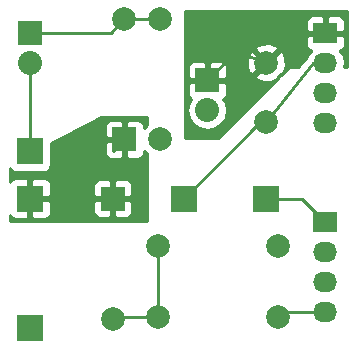
<source format=gtl>
G04 #@! TF.FileFunction,Copper,L1,Top,Signal*
%FSLAX46Y46*%
G04 Gerber Fmt 4.6, Leading zero omitted, Abs format (unit mm)*
G04 Created by KiCad (PCBNEW 4.0.1-3.201512221402+6198~38~ubuntu14.04.1-stable) date Sat 30 Apr 2016 09:50:25 AM EDT*
%MOMM*%
G01*
G04 APERTURE LIST*
%ADD10C,0.100000*%
%ADD11C,1.998980*%
%ADD12R,1.998980X1.998980*%
%ADD13R,2.032000X1.727200*%
%ADD14O,2.032000X1.727200*%
%ADD15R,2.235200X2.235200*%
%ADD16R,2.032000X2.032000*%
%ADD17O,2.032000X2.032000*%
%ADD18C,0.250000*%
%ADD19C,0.254000*%
G04 APERTURE END LIST*
D10*
D11*
X111997460Y-34840000D03*
D12*
X111997460Y-45000000D03*
D11*
X111002540Y-60160000D03*
D12*
X111002540Y-50000000D03*
D13*
X129000000Y-36000000D03*
D14*
X129000000Y-38540000D03*
X129000000Y-41080000D03*
X129000000Y-43620000D03*
D15*
X104000000Y-50000000D03*
X124000000Y-50000000D03*
X117000000Y-50000000D03*
X104000000Y-46000000D03*
D16*
X104000000Y-36000000D03*
D17*
X104000000Y-38540000D03*
D11*
X115000000Y-45000000D03*
X115000000Y-34840000D03*
D16*
X119000000Y-40000000D03*
D17*
X119000000Y-42540000D03*
D13*
X129000000Y-52000000D03*
D14*
X129000000Y-54540000D03*
X129000000Y-57080000D03*
X129000000Y-59620000D03*
D11*
X125000000Y-60000000D03*
X114840000Y-60000000D03*
X125000000Y-54000000D03*
X114840000Y-54000000D03*
X124000000Y-38500640D03*
X124000000Y-43501900D03*
D15*
X104000000Y-61000000D03*
D18*
X111997460Y-34840000D02*
X115000000Y-34840000D01*
X104000000Y-36000000D02*
X110837460Y-36000000D01*
X110837460Y-36000000D02*
X111997460Y-34840000D01*
X111002540Y-45994920D02*
X111997460Y-45000000D01*
X114840000Y-60000000D02*
X111162540Y-60000000D01*
X111162540Y-60000000D02*
X111002540Y-60160000D01*
X114840000Y-54000000D02*
X114840000Y-60000000D01*
X124000000Y-38500640D02*
X121499360Y-37500640D01*
X121499360Y-37500640D02*
X119000000Y-40000000D01*
X124000000Y-43501900D02*
X123498100Y-43501900D01*
X123498100Y-43501900D02*
X117000000Y-50000000D01*
X129000000Y-38540000D02*
X127961900Y-38540000D01*
X127961900Y-38540000D02*
X124000000Y-43501900D01*
X129000000Y-59620000D02*
X125380000Y-59620000D01*
X125380000Y-59620000D02*
X125000000Y-60000000D01*
X124000000Y-50000000D02*
X127000000Y-50000000D01*
X127000000Y-50000000D02*
X129000000Y-52000000D01*
X104000000Y-46000000D02*
X104000000Y-38540000D01*
D19*
G36*
X130873000Y-38873000D02*
X130617107Y-38873000D01*
X130683345Y-38540000D01*
X130569271Y-37966511D01*
X130244415Y-37480330D01*
X130222220Y-37465500D01*
X130375698Y-37401927D01*
X130554327Y-37223299D01*
X130651000Y-36989910D01*
X130651000Y-36285750D01*
X130492250Y-36127000D01*
X129127000Y-36127000D01*
X129127000Y-36147000D01*
X128873000Y-36147000D01*
X128873000Y-36127000D01*
X127507750Y-36127000D01*
X127349000Y-36285750D01*
X127349000Y-36989910D01*
X127445673Y-37223299D01*
X127624302Y-37401927D01*
X127777780Y-37465500D01*
X127755585Y-37480330D01*
X127430729Y-37966511D01*
X127423149Y-38004620D01*
X127400718Y-38038190D01*
X127367995Y-38065788D01*
X126723465Y-38873000D01*
X126000000Y-38873000D01*
X125950590Y-38883006D01*
X125910197Y-38910197D01*
X125249681Y-39570713D01*
X125152164Y-39473196D01*
X125418965Y-39374598D01*
X125645401Y-38765058D01*
X125621341Y-38115263D01*
X125418965Y-37626682D01*
X125152163Y-37528083D01*
X124179605Y-38500640D01*
X124193748Y-38514782D01*
X124014142Y-38694388D01*
X124000000Y-38680245D01*
X123027443Y-39652803D01*
X123126042Y-39919605D01*
X123735582Y-40146041D01*
X124385377Y-40121981D01*
X124873958Y-39919605D01*
X124972556Y-39652804D01*
X125070073Y-39750321D01*
X119947394Y-44873000D01*
X117127000Y-44873000D01*
X117127000Y-42540000D01*
X117316655Y-42540000D01*
X117442330Y-43171810D01*
X117800222Y-43707433D01*
X118335845Y-44065325D01*
X118967655Y-44191000D01*
X119032345Y-44191000D01*
X119664155Y-44065325D01*
X120199778Y-43707433D01*
X120557670Y-43171810D01*
X120683345Y-42540000D01*
X120557670Y-41908190D01*
X120333034Y-41571999D01*
X120375698Y-41554327D01*
X120554327Y-41375699D01*
X120651000Y-41142310D01*
X120651000Y-40285750D01*
X120492250Y-40127000D01*
X119127000Y-40127000D01*
X119127000Y-40147000D01*
X118873000Y-40147000D01*
X118873000Y-40127000D01*
X117507750Y-40127000D01*
X117349000Y-40285750D01*
X117349000Y-41142310D01*
X117445673Y-41375699D01*
X117624302Y-41554327D01*
X117666966Y-41571999D01*
X117442330Y-41908190D01*
X117316655Y-42540000D01*
X117127000Y-42540000D01*
X117127000Y-38857690D01*
X117349000Y-38857690D01*
X117349000Y-39714250D01*
X117507750Y-39873000D01*
X118873000Y-39873000D01*
X118873000Y-38507750D01*
X119127000Y-38507750D01*
X119127000Y-39873000D01*
X120492250Y-39873000D01*
X120651000Y-39714250D01*
X120651000Y-38857690D01*
X120554327Y-38624301D01*
X120375698Y-38445673D01*
X120142309Y-38349000D01*
X119285750Y-38349000D01*
X119127000Y-38507750D01*
X118873000Y-38507750D01*
X118714250Y-38349000D01*
X117857691Y-38349000D01*
X117624302Y-38445673D01*
X117445673Y-38624301D01*
X117349000Y-38857690D01*
X117127000Y-38857690D01*
X117127000Y-38236222D01*
X122354599Y-38236222D01*
X122378659Y-38886017D01*
X122581035Y-39374598D01*
X122847837Y-39473197D01*
X123820395Y-38500640D01*
X122847837Y-37528083D01*
X122581035Y-37626682D01*
X122354599Y-38236222D01*
X117127000Y-38236222D01*
X117127000Y-37348477D01*
X123027443Y-37348477D01*
X124000000Y-38321035D01*
X124972557Y-37348477D01*
X124873958Y-37081675D01*
X124264418Y-36855239D01*
X123614623Y-36879299D01*
X123126042Y-37081675D01*
X123027443Y-37348477D01*
X117127000Y-37348477D01*
X117127000Y-35010090D01*
X127349000Y-35010090D01*
X127349000Y-35714250D01*
X127507750Y-35873000D01*
X128873000Y-35873000D01*
X128873000Y-34660150D01*
X129127000Y-34660150D01*
X129127000Y-35873000D01*
X130492250Y-35873000D01*
X130651000Y-35714250D01*
X130651000Y-35010090D01*
X130554327Y-34776701D01*
X130375698Y-34598073D01*
X130142309Y-34501400D01*
X129285750Y-34501400D01*
X129127000Y-34660150D01*
X128873000Y-34660150D01*
X128714250Y-34501400D01*
X127857691Y-34501400D01*
X127624302Y-34598073D01*
X127445673Y-34776701D01*
X127349000Y-35010090D01*
X117127000Y-35010090D01*
X117127000Y-34127000D01*
X130873000Y-34127000D01*
X130873000Y-38873000D01*
X130873000Y-38873000D01*
G37*
X130873000Y-38873000D02*
X130617107Y-38873000D01*
X130683345Y-38540000D01*
X130569271Y-37966511D01*
X130244415Y-37480330D01*
X130222220Y-37465500D01*
X130375698Y-37401927D01*
X130554327Y-37223299D01*
X130651000Y-36989910D01*
X130651000Y-36285750D01*
X130492250Y-36127000D01*
X129127000Y-36127000D01*
X129127000Y-36147000D01*
X128873000Y-36147000D01*
X128873000Y-36127000D01*
X127507750Y-36127000D01*
X127349000Y-36285750D01*
X127349000Y-36989910D01*
X127445673Y-37223299D01*
X127624302Y-37401927D01*
X127777780Y-37465500D01*
X127755585Y-37480330D01*
X127430729Y-37966511D01*
X127423149Y-38004620D01*
X127400718Y-38038190D01*
X127367995Y-38065788D01*
X126723465Y-38873000D01*
X126000000Y-38873000D01*
X125950590Y-38883006D01*
X125910197Y-38910197D01*
X125249681Y-39570713D01*
X125152164Y-39473196D01*
X125418965Y-39374598D01*
X125645401Y-38765058D01*
X125621341Y-38115263D01*
X125418965Y-37626682D01*
X125152163Y-37528083D01*
X124179605Y-38500640D01*
X124193748Y-38514782D01*
X124014142Y-38694388D01*
X124000000Y-38680245D01*
X123027443Y-39652803D01*
X123126042Y-39919605D01*
X123735582Y-40146041D01*
X124385377Y-40121981D01*
X124873958Y-39919605D01*
X124972556Y-39652804D01*
X125070073Y-39750321D01*
X119947394Y-44873000D01*
X117127000Y-44873000D01*
X117127000Y-42540000D01*
X117316655Y-42540000D01*
X117442330Y-43171810D01*
X117800222Y-43707433D01*
X118335845Y-44065325D01*
X118967655Y-44191000D01*
X119032345Y-44191000D01*
X119664155Y-44065325D01*
X120199778Y-43707433D01*
X120557670Y-43171810D01*
X120683345Y-42540000D01*
X120557670Y-41908190D01*
X120333034Y-41571999D01*
X120375698Y-41554327D01*
X120554327Y-41375699D01*
X120651000Y-41142310D01*
X120651000Y-40285750D01*
X120492250Y-40127000D01*
X119127000Y-40127000D01*
X119127000Y-40147000D01*
X118873000Y-40147000D01*
X118873000Y-40127000D01*
X117507750Y-40127000D01*
X117349000Y-40285750D01*
X117349000Y-41142310D01*
X117445673Y-41375699D01*
X117624302Y-41554327D01*
X117666966Y-41571999D01*
X117442330Y-41908190D01*
X117316655Y-42540000D01*
X117127000Y-42540000D01*
X117127000Y-38857690D01*
X117349000Y-38857690D01*
X117349000Y-39714250D01*
X117507750Y-39873000D01*
X118873000Y-39873000D01*
X118873000Y-38507750D01*
X119127000Y-38507750D01*
X119127000Y-39873000D01*
X120492250Y-39873000D01*
X120651000Y-39714250D01*
X120651000Y-38857690D01*
X120554327Y-38624301D01*
X120375698Y-38445673D01*
X120142309Y-38349000D01*
X119285750Y-38349000D01*
X119127000Y-38507750D01*
X118873000Y-38507750D01*
X118714250Y-38349000D01*
X117857691Y-38349000D01*
X117624302Y-38445673D01*
X117445673Y-38624301D01*
X117349000Y-38857690D01*
X117127000Y-38857690D01*
X117127000Y-38236222D01*
X122354599Y-38236222D01*
X122378659Y-38886017D01*
X122581035Y-39374598D01*
X122847837Y-39473197D01*
X123820395Y-38500640D01*
X122847837Y-37528083D01*
X122581035Y-37626682D01*
X122354599Y-38236222D01*
X117127000Y-38236222D01*
X117127000Y-37348477D01*
X123027443Y-37348477D01*
X124000000Y-38321035D01*
X124972557Y-37348477D01*
X124873958Y-37081675D01*
X124264418Y-36855239D01*
X123614623Y-36879299D01*
X123126042Y-37081675D01*
X123027443Y-37348477D01*
X117127000Y-37348477D01*
X117127000Y-35010090D01*
X127349000Y-35010090D01*
X127349000Y-35714250D01*
X127507750Y-35873000D01*
X128873000Y-35873000D01*
X128873000Y-34660150D01*
X129127000Y-34660150D01*
X129127000Y-35873000D01*
X130492250Y-35873000D01*
X130651000Y-35714250D01*
X130651000Y-35010090D01*
X130554327Y-34776701D01*
X130375698Y-34598073D01*
X130142309Y-34501400D01*
X129285750Y-34501400D01*
X129127000Y-34660150D01*
X128873000Y-34660150D01*
X128714250Y-34501400D01*
X127857691Y-34501400D01*
X127624302Y-34598073D01*
X127445673Y-34776701D01*
X127349000Y-35010090D01*
X117127000Y-35010090D01*
X117127000Y-34127000D01*
X130873000Y-34127000D01*
X130873000Y-38873000D01*
G36*
X113873000Y-43815530D02*
X113631950Y-44056160D01*
X113631950Y-43874201D01*
X113535277Y-43640812D01*
X113356649Y-43462183D01*
X113123260Y-43365510D01*
X112283210Y-43365510D01*
X112124460Y-43524260D01*
X112124460Y-44873000D01*
X112144460Y-44873000D01*
X112144460Y-45127000D01*
X112124460Y-45127000D01*
X112124460Y-46475740D01*
X112283210Y-46634490D01*
X113123260Y-46634490D01*
X113356649Y-46537817D01*
X113535277Y-46359188D01*
X113631950Y-46125799D01*
X113631950Y-45943099D01*
X113873000Y-46184570D01*
X113873000Y-51873000D01*
X102310000Y-51873000D01*
X102310000Y-51395040D01*
X102344073Y-51477299D01*
X102522702Y-51655927D01*
X102756091Y-51752600D01*
X103714250Y-51752600D01*
X103873000Y-51593850D01*
X103873000Y-50127000D01*
X104127000Y-50127000D01*
X104127000Y-51593850D01*
X104285750Y-51752600D01*
X105243909Y-51752600D01*
X105477298Y-51655927D01*
X105655927Y-51477299D01*
X105752600Y-51243910D01*
X105752600Y-50285750D01*
X109368050Y-50285750D01*
X109368050Y-51125799D01*
X109464723Y-51359188D01*
X109643351Y-51537817D01*
X109876740Y-51634490D01*
X110716790Y-51634490D01*
X110875540Y-51475740D01*
X110875540Y-50127000D01*
X111129540Y-50127000D01*
X111129540Y-51475740D01*
X111288290Y-51634490D01*
X112128340Y-51634490D01*
X112361729Y-51537817D01*
X112540357Y-51359188D01*
X112637030Y-51125799D01*
X112637030Y-50285750D01*
X112478280Y-50127000D01*
X111129540Y-50127000D01*
X110875540Y-50127000D01*
X109526800Y-50127000D01*
X109368050Y-50285750D01*
X105752600Y-50285750D01*
X105593850Y-50127000D01*
X104127000Y-50127000D01*
X103873000Y-50127000D01*
X103853000Y-50127000D01*
X103853000Y-49873000D01*
X103873000Y-49873000D01*
X103873000Y-48406150D01*
X104127000Y-48406150D01*
X104127000Y-49873000D01*
X105593850Y-49873000D01*
X105752600Y-49714250D01*
X105752600Y-48874201D01*
X109368050Y-48874201D01*
X109368050Y-49714250D01*
X109526800Y-49873000D01*
X110875540Y-49873000D01*
X110875540Y-48524260D01*
X111129540Y-48524260D01*
X111129540Y-49873000D01*
X112478280Y-49873000D01*
X112637030Y-49714250D01*
X112637030Y-48874201D01*
X112540357Y-48640812D01*
X112361729Y-48462183D01*
X112128340Y-48365510D01*
X111288290Y-48365510D01*
X111129540Y-48524260D01*
X110875540Y-48524260D01*
X110716790Y-48365510D01*
X109876740Y-48365510D01*
X109643351Y-48462183D01*
X109464723Y-48640812D01*
X109368050Y-48874201D01*
X105752600Y-48874201D01*
X105752600Y-48756090D01*
X105655927Y-48522701D01*
X105477298Y-48344073D01*
X105243909Y-48247400D01*
X104285750Y-48247400D01*
X104127000Y-48406150D01*
X103873000Y-48406150D01*
X103714250Y-48247400D01*
X102756091Y-48247400D01*
X102522702Y-48344073D01*
X102344073Y-48522701D01*
X102310000Y-48604960D01*
X102310000Y-47400722D01*
X102418310Y-47569041D01*
X102630510Y-47714031D01*
X102882400Y-47765040D01*
X105117600Y-47765040D01*
X105352917Y-47720762D01*
X105569041Y-47581690D01*
X105714031Y-47369490D01*
X105765040Y-47117600D01*
X105765040Y-45285750D01*
X110362970Y-45285750D01*
X110362970Y-46125799D01*
X110459643Y-46359188D01*
X110638271Y-46537817D01*
X110871660Y-46634490D01*
X111711710Y-46634490D01*
X111870460Y-46475740D01*
X111870460Y-45127000D01*
X110521720Y-45127000D01*
X110362970Y-45285750D01*
X105765040Y-45285750D01*
X105765040Y-45259470D01*
X108535578Y-43874201D01*
X110362970Y-43874201D01*
X110362970Y-44714250D01*
X110521720Y-44873000D01*
X111870460Y-44873000D01*
X111870460Y-43524260D01*
X111711710Y-43365510D01*
X110871660Y-43365510D01*
X110638271Y-43462183D01*
X110459643Y-43640812D01*
X110362970Y-43874201D01*
X108535578Y-43874201D01*
X110029980Y-43127000D01*
X113873000Y-43127000D01*
X113873000Y-43815530D01*
X113873000Y-43815530D01*
G37*
X113873000Y-43815530D02*
X113631950Y-44056160D01*
X113631950Y-43874201D01*
X113535277Y-43640812D01*
X113356649Y-43462183D01*
X113123260Y-43365510D01*
X112283210Y-43365510D01*
X112124460Y-43524260D01*
X112124460Y-44873000D01*
X112144460Y-44873000D01*
X112144460Y-45127000D01*
X112124460Y-45127000D01*
X112124460Y-46475740D01*
X112283210Y-46634490D01*
X113123260Y-46634490D01*
X113356649Y-46537817D01*
X113535277Y-46359188D01*
X113631950Y-46125799D01*
X113631950Y-45943099D01*
X113873000Y-46184570D01*
X113873000Y-51873000D01*
X102310000Y-51873000D01*
X102310000Y-51395040D01*
X102344073Y-51477299D01*
X102522702Y-51655927D01*
X102756091Y-51752600D01*
X103714250Y-51752600D01*
X103873000Y-51593850D01*
X103873000Y-50127000D01*
X104127000Y-50127000D01*
X104127000Y-51593850D01*
X104285750Y-51752600D01*
X105243909Y-51752600D01*
X105477298Y-51655927D01*
X105655927Y-51477299D01*
X105752600Y-51243910D01*
X105752600Y-50285750D01*
X109368050Y-50285750D01*
X109368050Y-51125799D01*
X109464723Y-51359188D01*
X109643351Y-51537817D01*
X109876740Y-51634490D01*
X110716790Y-51634490D01*
X110875540Y-51475740D01*
X110875540Y-50127000D01*
X111129540Y-50127000D01*
X111129540Y-51475740D01*
X111288290Y-51634490D01*
X112128340Y-51634490D01*
X112361729Y-51537817D01*
X112540357Y-51359188D01*
X112637030Y-51125799D01*
X112637030Y-50285750D01*
X112478280Y-50127000D01*
X111129540Y-50127000D01*
X110875540Y-50127000D01*
X109526800Y-50127000D01*
X109368050Y-50285750D01*
X105752600Y-50285750D01*
X105593850Y-50127000D01*
X104127000Y-50127000D01*
X103873000Y-50127000D01*
X103853000Y-50127000D01*
X103853000Y-49873000D01*
X103873000Y-49873000D01*
X103873000Y-48406150D01*
X104127000Y-48406150D01*
X104127000Y-49873000D01*
X105593850Y-49873000D01*
X105752600Y-49714250D01*
X105752600Y-48874201D01*
X109368050Y-48874201D01*
X109368050Y-49714250D01*
X109526800Y-49873000D01*
X110875540Y-49873000D01*
X110875540Y-48524260D01*
X111129540Y-48524260D01*
X111129540Y-49873000D01*
X112478280Y-49873000D01*
X112637030Y-49714250D01*
X112637030Y-48874201D01*
X112540357Y-48640812D01*
X112361729Y-48462183D01*
X112128340Y-48365510D01*
X111288290Y-48365510D01*
X111129540Y-48524260D01*
X110875540Y-48524260D01*
X110716790Y-48365510D01*
X109876740Y-48365510D01*
X109643351Y-48462183D01*
X109464723Y-48640812D01*
X109368050Y-48874201D01*
X105752600Y-48874201D01*
X105752600Y-48756090D01*
X105655927Y-48522701D01*
X105477298Y-48344073D01*
X105243909Y-48247400D01*
X104285750Y-48247400D01*
X104127000Y-48406150D01*
X103873000Y-48406150D01*
X103714250Y-48247400D01*
X102756091Y-48247400D01*
X102522702Y-48344073D01*
X102344073Y-48522701D01*
X102310000Y-48604960D01*
X102310000Y-47400722D01*
X102418310Y-47569041D01*
X102630510Y-47714031D01*
X102882400Y-47765040D01*
X105117600Y-47765040D01*
X105352917Y-47720762D01*
X105569041Y-47581690D01*
X105714031Y-47369490D01*
X105765040Y-47117600D01*
X105765040Y-45285750D01*
X110362970Y-45285750D01*
X110362970Y-46125799D01*
X110459643Y-46359188D01*
X110638271Y-46537817D01*
X110871660Y-46634490D01*
X111711710Y-46634490D01*
X111870460Y-46475740D01*
X111870460Y-45127000D01*
X110521720Y-45127000D01*
X110362970Y-45285750D01*
X105765040Y-45285750D01*
X105765040Y-45259470D01*
X108535578Y-43874201D01*
X110362970Y-43874201D01*
X110362970Y-44714250D01*
X110521720Y-44873000D01*
X111870460Y-44873000D01*
X111870460Y-43524260D01*
X111711710Y-43365510D01*
X110871660Y-43365510D01*
X110638271Y-43462183D01*
X110459643Y-43640812D01*
X110362970Y-43874201D01*
X108535578Y-43874201D01*
X110029980Y-43127000D01*
X113873000Y-43127000D01*
X113873000Y-43815530D01*
M02*

</source>
